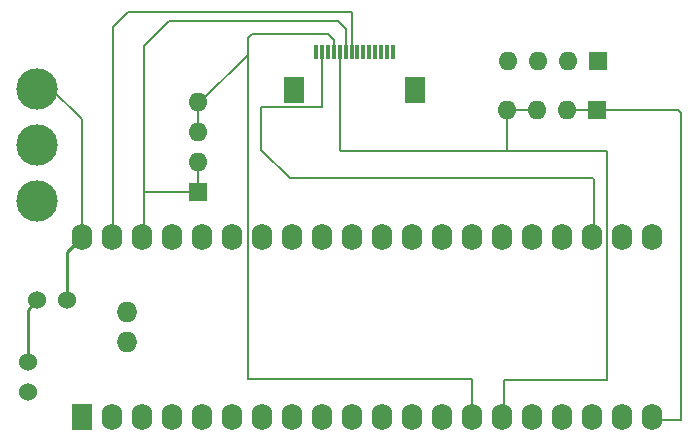
<source format=gbr>
%TF.GenerationSoftware,KiCad,Pcbnew,(6.0.7)*%
%TF.CreationDate,2023-06-13T14:52:57-04:00*%
%TF.ProjectId,STM32-NHD,53544d33-322d-44e4-9844-2e6b69636164,rev?*%
%TF.SameCoordinates,Original*%
%TF.FileFunction,Copper,L1,Top*%
%TF.FilePolarity,Positive*%
%FSLAX46Y46*%
G04 Gerber Fmt 4.6, Leading zero omitted, Abs format (unit mm)*
G04 Created by KiCad (PCBNEW (6.0.7)) date 2023-06-13 14:52:57*
%MOMM*%
%LPD*%
G01*
G04 APERTURE LIST*
%TA.AperFunction,ComponentPad*%
%ADD10C,3.500000*%
%TD*%
%TA.AperFunction,ComponentPad*%
%ADD11C,1.524000*%
%TD*%
%TA.AperFunction,ComponentPad*%
%ADD12R,1.600000X1.600000*%
%TD*%
%TA.AperFunction,ComponentPad*%
%ADD13O,1.600000X1.600000*%
%TD*%
%TA.AperFunction,ComponentPad*%
%ADD14R,1.727200X2.250000*%
%TD*%
%TA.AperFunction,ComponentPad*%
%ADD15O,1.727200X2.250000*%
%TD*%
%TA.AperFunction,ComponentPad*%
%ADD16O,1.727200X1.727200*%
%TD*%
%TA.AperFunction,SMDPad,CuDef*%
%ADD17R,0.300000X1.300000*%
%TD*%
%TA.AperFunction,SMDPad,CuDef*%
%ADD18R,1.800000X2.200000*%
%TD*%
%TA.AperFunction,Conductor*%
%ADD19C,0.200000*%
%TD*%
%TA.AperFunction,Conductor*%
%ADD20C,0.250000*%
%TD*%
G04 APERTURE END LIST*
D10*
%TO.P,REF\u002A\u002A,1*%
%TO.N,N/C*%
X129248408Y-97351088D03*
%TO.P,REF\u002A\u002A,2*%
X129248408Y-92601088D03*
%TO.P,REF\u002A\u002A,3*%
X129248408Y-87851088D03*
%TD*%
D11*
%TO.P,REF\u002A\u002A,1*%
%TO.N,N/C*%
X131776216Y-105794048D03*
%TO.P,REF\u002A\u002A,2*%
X129236216Y-105794048D03*
%TD*%
D12*
%TO.P,,1*%
%TO.N,N/C*%
X176675000Y-89675000D03*
D13*
%TO.P,,2*%
X174135000Y-89675000D03*
%TO.P,,3*%
X171595000Y-89675000D03*
%TO.P,,4*%
X169055000Y-89675000D03*
%TD*%
D14*
%TO.P,,1*%
%TO.N,N/C*%
X133065000Y-115675000D03*
D15*
%TO.P,,2*%
X135605000Y-115675000D03*
%TO.P,,3*%
X138145000Y-115675000D03*
%TO.P,,4*%
X140685000Y-115675000D03*
%TO.P,,5*%
X143225000Y-115675000D03*
%TO.P,,6*%
X145765000Y-115675000D03*
%TO.P,,7*%
X148305000Y-115675000D03*
%TO.P,,8*%
X150845000Y-115675000D03*
%TO.P,,9*%
X153385000Y-115675000D03*
%TO.P,,10*%
X155925000Y-115675000D03*
%TO.P,,11*%
X158465000Y-115675000D03*
%TO.P,,12*%
X161005000Y-115675000D03*
%TO.P,,13*%
X163545000Y-115675000D03*
%TO.P,,14*%
X166085000Y-115675000D03*
%TO.P,,15*%
X168625000Y-115675000D03*
%TO.P,,16*%
X171165000Y-115675000D03*
%TO.P,,17*%
X173705000Y-115675000D03*
%TO.P,,18*%
X176245000Y-115675000D03*
%TO.P,,19*%
X178785000Y-115675000D03*
%TO.P,,20*%
X181325000Y-115675000D03*
%TO.P,,21*%
X181325000Y-100435000D03*
%TO.P,,22*%
X178785000Y-100435000D03*
%TO.P,,23*%
X176245000Y-100435000D03*
%TO.P,,24*%
X173705000Y-100435000D03*
%TO.P,,25*%
X171165000Y-100435000D03*
%TO.P,,26*%
X168625000Y-100435000D03*
%TO.P,,27*%
X166085000Y-100435000D03*
%TO.P,,28*%
X163545000Y-100435000D03*
%TO.P,,29*%
X161005000Y-100435000D03*
%TO.P,,30*%
X158465000Y-100435000D03*
%TO.P,,31*%
X155925000Y-100435000D03*
%TO.P,,32*%
X153385000Y-100435000D03*
%TO.P,,33*%
X150845000Y-100435000D03*
%TO.P,,34*%
X148305000Y-100435000D03*
%TO.P,,35*%
X145765000Y-100435000D03*
%TO.P,,36*%
X143225000Y-100435000D03*
%TO.P,,37*%
X140685000Y-100435000D03*
%TO.P,,38*%
X138145000Y-100435000D03*
%TO.P,,39*%
X135605000Y-100435000D03*
%TO.P,,40*%
X133014200Y-100435000D03*
D16*
%TO.P,,41*%
X136875000Y-106775000D03*
%TO.P,,42*%
X136875000Y-109315000D03*
%TD*%
D11*
%TO.P,REF\u002A\u002A,1*%
%TO.N,N/C*%
X128444752Y-113551208D03*
%TO.P,REF\u002A\u002A,2*%
X128444752Y-111011208D03*
%TD*%
D17*
%TO.P,,1*%
%TO.N,N/C*%
X152850000Y-84725000D03*
%TO.P,,2*%
X153350000Y-84725000D03*
%TO.P,,3*%
X153850000Y-84725000D03*
%TO.P,,4*%
X154350000Y-84725000D03*
%TO.P,,5*%
X154850000Y-84725000D03*
%TO.P,,6*%
X155350000Y-84725000D03*
%TO.P,,7*%
X155850000Y-84725000D03*
%TO.P,,8*%
X156350000Y-84725000D03*
%TO.P,,9*%
X156850000Y-84725000D03*
%TO.P,,10*%
X157350000Y-84725000D03*
%TO.P,,11*%
X157850000Y-84725000D03*
%TO.P,,12*%
X158350000Y-84725000D03*
%TO.P,,13*%
X158850000Y-84725000D03*
%TO.P,,14*%
X159350000Y-84725000D03*
D18*
%TO.P,,MP*%
X161250000Y-87975000D03*
X150950000Y-87975000D03*
%TD*%
D12*
%TO.P,,1*%
%TO.N,N/C*%
X176726864Y-85480144D03*
D13*
%TO.P,,2*%
X174186864Y-85480144D03*
%TO.P,,3*%
X171646864Y-85480144D03*
%TO.P,,4*%
X169106864Y-85480144D03*
%TD*%
D12*
%TO.P,,1*%
%TO.N,N/C*%
X142850000Y-96650000D03*
D13*
%TO.P,,2*%
X142850000Y-94110000D03*
%TO.P,,3*%
X142850000Y-91570000D03*
%TO.P,,4*%
X142850000Y-89030000D03*
%TD*%
D19*
%TO.N,*%
X155850000Y-81336896D02*
X136938104Y-81336896D01*
X143045000Y-89030000D02*
X142850000Y-89030000D01*
D20*
X128444752Y-111011208D02*
X128444752Y-106585512D01*
D19*
X154850000Y-93025000D02*
X154950000Y-93125000D01*
X169050000Y-93125000D02*
X177515520Y-93125000D01*
X183725000Y-115925000D02*
X183750000Y-115900000D01*
X181600000Y-115400000D02*
X182125000Y-115925000D01*
X135625000Y-100415000D02*
X135605000Y-100435000D01*
X177515520Y-93125000D02*
X177515520Y-112550000D01*
X155350000Y-82775000D02*
X154732824Y-82157824D01*
X155350000Y-84725000D02*
X155350000Y-82775000D01*
X176400400Y-100279600D02*
X176245000Y-100435000D01*
X177515520Y-112550000D02*
X168725000Y-112550000D01*
X147104344Y-112475000D02*
X147063968Y-112434624D01*
X147400000Y-83200000D02*
X147058888Y-83541112D01*
X169055000Y-89675000D02*
X169055000Y-93120000D01*
X153300000Y-89450000D02*
X148200000Y-89450000D01*
X138314008Y-96650000D02*
X138300400Y-96636392D01*
X154950000Y-93125000D02*
X169050000Y-93125000D01*
X133014200Y-90443824D02*
X130421464Y-87851088D01*
X169055000Y-93120000D02*
X169050000Y-93125000D01*
X154732824Y-82157824D02*
X140367176Y-82157824D01*
X183750000Y-89900000D02*
X183525000Y-89675000D01*
X133014200Y-100435000D02*
X133014200Y-90443824D01*
X154850000Y-84725000D02*
X154850000Y-93025000D01*
X181325000Y-115675000D02*
X181600000Y-115400000D01*
X138300400Y-100279600D02*
X138145000Y-100435000D01*
X136938104Y-81336896D02*
X135625000Y-82650000D01*
X154350000Y-84725000D02*
X154350000Y-83725000D01*
X183525000Y-89675000D02*
X176675000Y-89675000D01*
X147058888Y-83541112D02*
X147058888Y-85130640D01*
D20*
X128444752Y-106585512D02*
X129236216Y-105794048D01*
D19*
X153825000Y-83200000D02*
X147400000Y-83200000D01*
X150625000Y-95450000D02*
X176275000Y-95450000D01*
X166085000Y-112475000D02*
X147104344Y-112475000D01*
X154350000Y-83725000D02*
X153825000Y-83200000D01*
X147063968Y-112434624D02*
X147063968Y-85011032D01*
X148200000Y-93025000D02*
X150625000Y-95450000D01*
X169055000Y-89675000D02*
X171595000Y-89675000D01*
X168725000Y-115575000D02*
X168625000Y-115675000D01*
X138300400Y-96636392D02*
X138300400Y-100279600D01*
X155850000Y-84725000D02*
X155850000Y-81336896D01*
X142850000Y-96650000D02*
X142850000Y-94110000D01*
X147063968Y-85011032D02*
X143045000Y-89030000D01*
X182125000Y-115925000D02*
X183725000Y-115925000D01*
X130421464Y-87851088D02*
X129248408Y-87851088D01*
X168725000Y-112550000D02*
X168725000Y-115575000D01*
X176275000Y-95450000D02*
X176400400Y-95575400D01*
X148200000Y-89450000D02*
X148200000Y-93025000D01*
D20*
X131776216Y-105794048D02*
X131776216Y-101672984D01*
D19*
X176400400Y-95575400D02*
X176400400Y-100279600D01*
X142850000Y-96650000D02*
X138314008Y-96650000D01*
X138300400Y-84224600D02*
X138300400Y-96636392D01*
X183750000Y-115900000D02*
X183750000Y-89900000D01*
X142850000Y-89030000D02*
X142850000Y-91570000D01*
X140367176Y-82157824D02*
X138300400Y-84224600D01*
D20*
X131776216Y-101672984D02*
X133014200Y-100435000D01*
D19*
X153350000Y-89400000D02*
X153300000Y-89450000D01*
X153350000Y-84725000D02*
X153350000Y-89400000D01*
X135625000Y-82650000D02*
X135625000Y-100415000D01*
X166085000Y-115675000D02*
X166085000Y-112475000D01*
X174135000Y-89675000D02*
X176675000Y-89675000D01*
%TD*%
M02*

</source>
